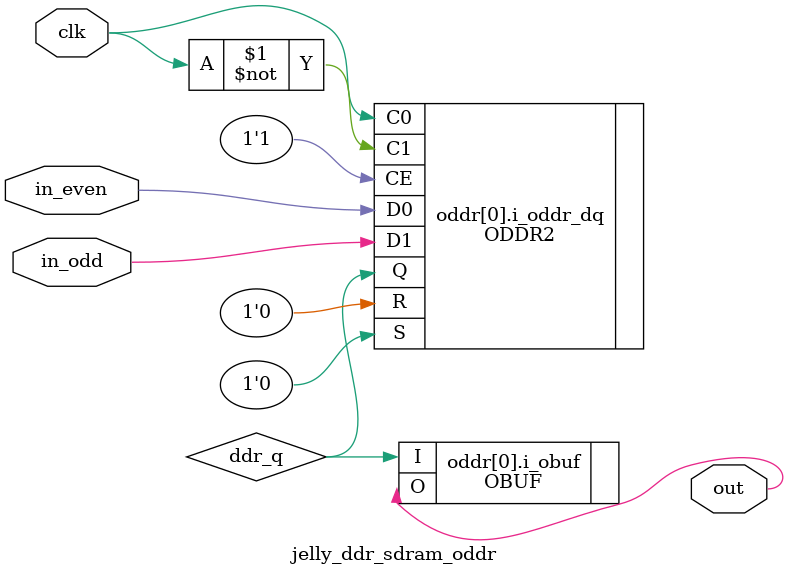
<source format=v>



`timescale 1ns / 1ps


module jelly_ddr_sdram_oddr
		#(
			parameter						INIT   = 1'b0,
			parameter						WIDTH  = 1
		)
		(
			input	wire					clk,
			
			input	wire	[WIDTH-1:0]		in_even,
			input	wire	[WIDTH-1:0]		in_odd,
			output	wire	[WIDTH-1:0]		out
		);
	
	wire	[WIDTH-1:0]		ddr_q;
	
	generate
	genvar	i;
	for ( i = 0; i < WIDTH; i = i + 1 ) begin : oddr
		OBUF
				#(
					.IOSTANDARD			("SSTL2_I")
				)
			i_obuf
				(
					.O					(out[i]),
					.I					(ddr_q[i])
				);
		
		ODDR2
				#(
					.DDR_ALIGNMENT		("NONE"),
					.INIT				(INIT),
					.SRTYPE				("SYNC")
				)
			i_oddr_dq
				(
					.Q					(ddr_q[i]),
					.C0					(clk),
					.C1					(~clk),
					.CE					(1'b1),
					.D0					(in_even[i]),
					.D1					(in_odd[i]),
					.R					(1'b0),
					.S					(1'b0)
				);
	end
	endgenerate
	
endmodule



</source>
